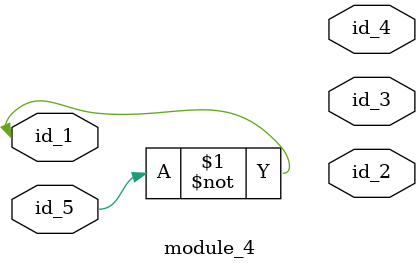
<source format=v>
module module_0 ();
  assign id_1 = id_1;
  wire id_2;
  wire id_3;
  wire id_4, id_5, id_6, id_7;
endmodule
module module_1 (
    id_1
);
  inout wire id_1;
  wire id_2;
  module_0 modCall_1 ();
endmodule
module module_2 (
    id_1,
    id_2,
    id_3
);
  input wire id_3;
  input wire id_2;
  input wire id_1;
  wire id_4, id_5;
  module_0 modCall_1 ();
endmodule
module module_3;
  wire id_1;
  module_0 modCall_1 ();
endmodule
module module_4 (
    id_1,
    id_2,
    id_3,
    id_4,
    id_5
);
  input wire id_5;
  output wire id_4;
  output wire id_3;
  output wire id_2;
  inout wire id_1;
  assign id_1[1] = -1;
  not primCall (id_1, id_5);
  module_0 modCall_1 ();
endmodule

</source>
